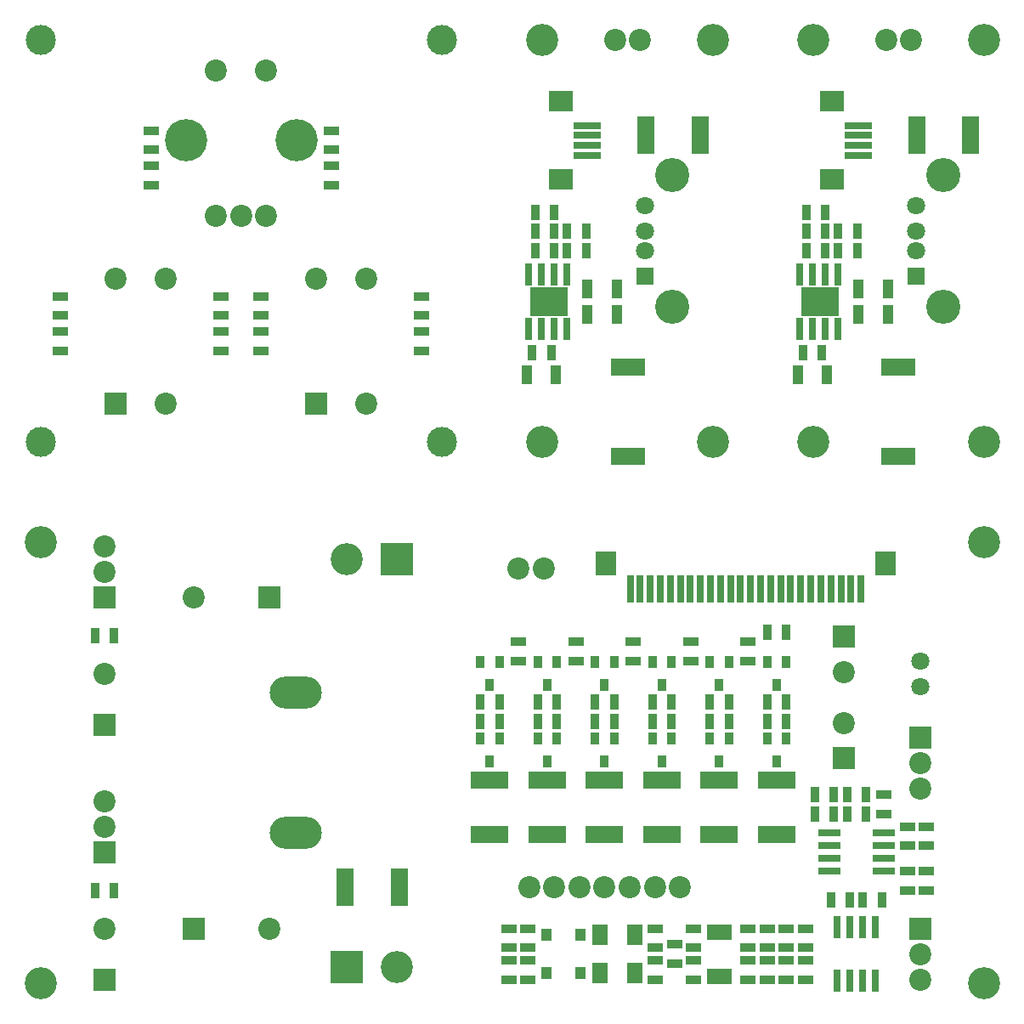
<source format=gbr>
G04 DipTrace 3.2.0.1*
G04 Âåðõíÿÿìàñêà.gbr*
%MOIN*%
G04 #@! TF.FileFunction,Soldermask,Top*
G04 #@! TF.Part,Single*
%ADD17C,0.11811*%
%ADD56C,0.125984*%
%ADD58C,0.125984*%
%ADD66C,0.133858*%
%ADD67C,0.070866*%
%ADD69R,0.070866X0.070866*%
%ADD71R,0.110236X0.031496*%
%ADD73R,0.094488X0.07874*%
%ADD75R,0.031496X0.110236*%
%ADD77R,0.07874X0.094488*%
%ADD78R,0.062992X0.07874*%
%ADD80R,0.125984X0.125984*%
%ADD82R,0.033465X0.049213*%
%ADD84R,0.043307X0.045276*%
%ADD87C,0.086614*%
%ADD88C,0.070866*%
%ADD90R,0.145669X0.070866*%
%ADD92R,0.070866X0.145669*%
%ADD94R,0.133858X0.070866*%
%ADD96O,0.204724X0.125984*%
%ADD98R,0.145669X0.114173*%
%ADD100R,0.019685X0.062992*%
%ADD104R,0.086614X0.031496*%
%ADD106R,0.031496X0.086614*%
%ADD108R,0.043307X0.074803*%
%ADD110R,0.059055X0.035433*%
%ADD112R,0.086614X0.086614*%
%ADD113R,0.035433X0.059055*%
%ADD115C,0.165354*%
%ADD117C,0.086614*%
%FSLAX26Y26*%
G04*
G70*
G90*
G75*
G01*
G04 TopMask*
%LPD*%
D117*
X688976Y3011811D3*
X787402D3*
X885827D3*
Y3582677D3*
X688976D3*
D115*
X570866Y3307087D3*
X1003937D3*
D112*
X898031Y1516142D3*
D117*
X602756D3*
D112*
Y216142D3*
D117*
X898031D3*
D112*
X3150394Y1360039D3*
D117*
Y1222244D3*
D110*
X2487894Y153543D3*
Y78740D3*
D112*
X3150394Y884744D3*
D117*
Y1022539D3*
D110*
X2412894Y216043D3*
Y141240D3*
Y16240D3*
Y91043D3*
X2850394D3*
Y16240D3*
Y141240D3*
Y216043D3*
X3306644Y741043D3*
Y666240D3*
D113*
X3300295Y328642D3*
X3225492D3*
X3175295D3*
X3100492D3*
D110*
X3475394Y541240D3*
Y616043D3*
X3400394Y366240D3*
Y441043D3*
D108*
X3209055Y2625886D3*
X3323228D3*
X2971555Y2388386D3*
X3085728D3*
D113*
X2991240Y2475886D3*
X3066043D3*
X3003740Y2875886D3*
X3078543D3*
D108*
X3209055Y2725886D3*
X3323228D3*
D113*
X3078543Y3025886D3*
X3003740D3*
D104*
X3094094Y591142D3*
Y541142D3*
Y491142D3*
Y441142D3*
X3306693D3*
Y491142D3*
Y541142D3*
Y591142D3*
D100*
X2623524Y29528D3*
X2643209D3*
X2662894D3*
X2682579D3*
X2702264D3*
Y202756D3*
X2682579D3*
X2662894D3*
X2643209D3*
X2623524D3*
D106*
X3125394Y9843D3*
X3175394D3*
X3225394D3*
X3275394D3*
Y222441D3*
X3225394D3*
X3175394D3*
X3125394D3*
X2978642Y2569587D3*
X3028642D3*
X3078642D3*
X3128642D3*
Y2782185D3*
X3078642D3*
X3028642D3*
X2978642D3*
D98*
X3057579Y2675886D3*
D110*
X433071Y3344488D3*
Y3269685D3*
X1141732Y3344488D3*
Y3269685D3*
X78740Y2482283D3*
Y2557087D3*
X708661Y2482283D3*
Y2557087D3*
X866142Y2482283D3*
Y2557087D3*
X1496063Y2482283D3*
Y2557087D3*
D58*
X0Y1732283D3*
Y0D3*
X3700787Y1732283D3*
Y0D3*
D17*
X0Y2125984D3*
Y3700787D3*
X1574803D3*
Y2125984D3*
D58*
X3700787Y3700787D3*
Y2125984D3*
X3031496D3*
Y3700787D3*
D96*
X1000394Y1141732D3*
Y590551D3*
D94*
X3366102Y2068898D3*
Y2419291D3*
D113*
X212992Y1366142D3*
X287795D3*
X1725492Y1103642D3*
X1800295D3*
X1725492Y1028642D3*
X1800295D3*
D110*
X1875394Y1266240D3*
Y1341043D3*
D92*
X1406693Y378642D3*
X1194094D3*
D90*
X1762894Y584843D3*
Y797441D3*
D113*
X1950492Y1103642D3*
X2025295D3*
X1950492Y1028642D3*
X2025295D3*
D110*
X2100394Y1266240D3*
Y1341043D3*
D113*
X212992Y366142D3*
X287795D3*
D110*
X433071Y3131890D3*
Y3206693D3*
X1141732Y3131890D3*
Y3206693D3*
X78740Y2694882D3*
Y2620079D3*
X708661Y2694882D3*
Y2620079D3*
X866142Y2694882D3*
Y2620079D3*
D90*
X1987894Y584843D3*
Y797441D3*
D113*
X2175492Y1103642D3*
X2250295D3*
X2175492Y1028642D3*
X2250295D3*
D110*
X2325394Y1266240D3*
Y1341043D3*
X1496063Y2694882D3*
Y2620079D3*
D92*
X3649606Y3326772D3*
X3437008D3*
D113*
X3128740Y2875886D3*
X3203543D3*
Y2950886D3*
X3128740D3*
X3078543D3*
X3003740D3*
D90*
X2212894Y584843D3*
Y797441D3*
D110*
X1837894Y16240D3*
Y91043D3*
X2562894Y16240D3*
Y91043D3*
X1837894Y216043D3*
Y141240D3*
X2562894Y216043D3*
Y141240D3*
D113*
X2400492Y1103642D3*
X2475295D3*
X2400492Y1028642D3*
X2475295D3*
D110*
X1912894Y216043D3*
Y141240D3*
Y16240D3*
Y91043D3*
X2550394Y1266240D3*
Y1341043D3*
D90*
X2437894Y584843D3*
Y797441D3*
D110*
X3000394Y216043D3*
Y141240D3*
X2775394Y216043D3*
Y141240D3*
D113*
X2625492Y1103642D3*
X2700295D3*
X2625492Y1028642D3*
X2700295D3*
D110*
X3000394Y91043D3*
Y16240D3*
X2775394D3*
Y91043D3*
Y1266240D3*
Y1341043D3*
X3400394Y541240D3*
Y616043D3*
D90*
X2662894Y584843D3*
Y797441D3*
D110*
X2925394Y91043D3*
Y16240D3*
Y141240D3*
Y216043D3*
D113*
X2850492Y1103642D3*
X2925295D3*
X2850492Y1028642D3*
X2925295D3*
D110*
X3475394Y366240D3*
Y441043D3*
D113*
X3112795Y666142D3*
X3037992D3*
X2925295Y1378642D3*
X2850492D3*
D90*
X2887894Y584843D3*
Y797441D3*
D113*
X3237795Y741142D3*
X3162992D3*
X3037992D3*
X3112795D3*
X3237795Y666142D3*
X3162992D3*
D88*
X3450394Y1166142D3*
Y1266142D3*
D112*
X1082677Y2273622D3*
D87*
Y2765748D3*
X1279528Y2273622D3*
Y2765748D3*
D112*
X295276Y2273622D3*
D87*
Y2765748D3*
X492126Y2273622D3*
Y2765748D3*
D112*
X250394Y16142D3*
D87*
Y216142D3*
D112*
Y1016142D3*
D87*
Y1216142D3*
D84*
X1983465Y191142D3*
X2117323D3*
X1983465Y41142D3*
X2117323D3*
D78*
X2195965Y191142D3*
X2329823D3*
X2195965Y41142D3*
X2329823D3*
D112*
X250394Y1516142D3*
D87*
Y1616142D3*
Y1716142D3*
D82*
X1800295Y961417D3*
X1725492D3*
X1762894Y870866D3*
X1800295Y1261417D3*
X1725492D3*
X1762894Y1170866D3*
X2025295Y961417D3*
X1950492D3*
X1987894Y870866D3*
X2025295Y1261417D3*
X1950492D3*
X1987894Y1170866D3*
D112*
X250394Y516142D3*
D87*
Y616142D3*
Y716142D3*
D82*
X2250295Y961417D3*
X2175492D3*
X2212894Y870866D3*
X2250295Y1261417D3*
X2175492D3*
X2212894Y1170866D3*
X2475295Y961417D3*
X2400492D3*
X2437894Y870866D3*
X2475295Y1261417D3*
X2400492D3*
X2437894Y1170866D3*
D112*
X3450394Y966142D3*
D87*
Y866142D3*
Y766142D3*
D112*
Y216142D3*
D87*
Y116142D3*
Y16142D3*
D82*
X2700295Y961417D3*
X2625492D3*
X2662894Y870866D3*
X2700295Y1261417D3*
X2625492D3*
X2662894Y1170866D3*
X2925295Y961417D3*
X2850492D3*
X2887894Y870866D3*
X2925295Y1261417D3*
X2850492D3*
X2887894Y1170866D3*
D117*
X1974606Y1628642D3*
X1876181D3*
D80*
X1398819Y1666142D3*
D56*
X1201969D3*
D77*
X3312992Y1649606D3*
D75*
X3218504Y1547244D3*
X3179134D3*
X3139764D3*
X3100394D3*
X3061024D3*
X3021654D3*
X2982283D3*
X2942913D3*
X2903543D3*
X2864173D3*
X2824803D3*
X2785433D3*
X2746063D3*
X2706693D3*
X2667323D3*
X2627953D3*
X2588583D3*
X2549213D3*
X2509843D3*
X2470472D3*
X2431102D3*
X2391732D3*
X2352362D3*
X2312992D3*
D77*
X2218504Y1649606D3*
D73*
X3104331Y3460630D3*
D71*
X3206693Y3366142D3*
Y3326772D3*
Y3287402D3*
Y3248031D3*
D73*
X3104331Y3153543D3*
D69*
X3435039Y2775591D3*
D67*
Y2874016D3*
Y2952756D3*
Y3051181D3*
D66*
X3541339Y2654724D3*
Y3172047D3*
D117*
X3316929Y3700787D3*
X3415354D3*
X1917618Y378642D3*
X2016043D3*
X2114469D3*
X2212894D3*
X2311319D3*
X2409744D3*
X2508169D3*
D80*
X1201969Y66142D3*
D56*
X1398819D3*
D108*
X2146063Y2625886D3*
X2260236D3*
X1908563Y2388386D3*
X2022736D3*
D113*
X1928248Y2475886D3*
X2003051D3*
X1940748Y2875886D3*
X2015551D3*
D108*
X2146063Y2725886D3*
X2260236D3*
D113*
X2015551Y3025886D3*
X1940748D3*
D106*
X1915650Y2569587D3*
X1965650D3*
X2015650D3*
X2065650D3*
Y2782185D3*
X2015650D3*
X1965650D3*
X1915650D3*
D98*
X1994587Y2675886D3*
D58*
X2637795Y3700787D3*
Y2125984D3*
X1968504D3*
Y3700787D3*
D94*
X2303110Y2068898D3*
Y2419291D3*
D92*
X2586614Y3326772D3*
X2374016D3*
D113*
X2065748Y2875886D3*
X2140551D3*
Y2950886D3*
X2065748D3*
X2015551D3*
X1940748D3*
D73*
X2041339Y3460630D3*
D71*
X2143701Y3366142D3*
Y3326772D3*
Y3287402D3*
Y3248031D3*
D73*
X2041339Y3153543D3*
D69*
X2372047Y2775591D3*
D67*
Y2874016D3*
Y2952756D3*
Y3051181D3*
D66*
X2478346Y2654724D3*
Y3172047D3*
D117*
X2253937Y3700787D3*
X2352362D3*
M02*

</source>
